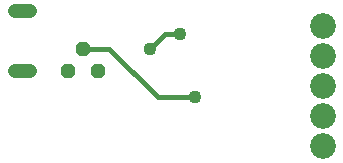
<source format=gbl>
G75*
G70*
%OFA0B0*%
%FSLAX24Y24*%
%IPPOS*%
%LPD*%
%AMOC8*
5,1,8,0,0,1.08239X$1,22.5*
%
%ADD10C,0.0480*%
%ADD11OC8,0.0480*%
%ADD12C,0.0860*%
%ADD13C,0.0436*%
%ADD14C,0.0160*%
D10*
X001941Y004681D02*
X002421Y004681D01*
X002421Y006681D02*
X001941Y006681D01*
D11*
X003681Y004681D03*
X004181Y005431D03*
X004681Y004681D03*
D12*
X012181Y004181D03*
X012181Y005181D03*
X012181Y006181D03*
X012181Y003181D03*
X012181Y002181D03*
D13*
X007931Y003806D03*
X006431Y005431D03*
X007431Y005931D03*
D14*
X006931Y005931D01*
X006431Y005431D01*
X005056Y005431D02*
X004181Y005431D01*
X005056Y005431D02*
X006681Y003806D01*
X007931Y003806D01*
M02*

</source>
